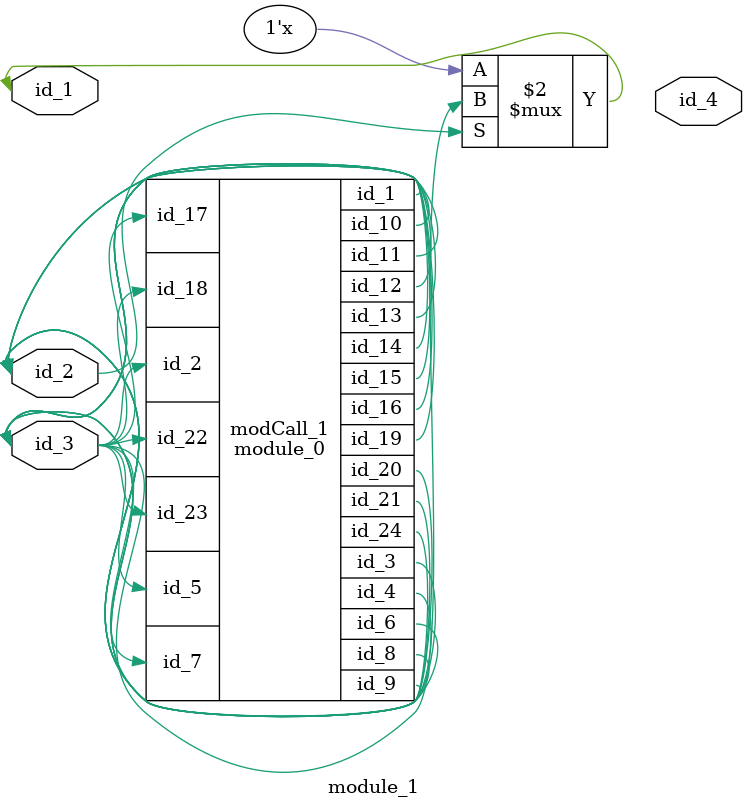
<source format=v>
module module_0 (
    id_1,
    id_2,
    id_3,
    id_4,
    id_5,
    id_6,
    id_7,
    id_8,
    id_9,
    id_10,
    id_11,
    id_12,
    id_13,
    id_14,
    id_15,
    id_16,
    id_17,
    id_18,
    id_19,
    id_20,
    id_21,
    id_22,
    id_23,
    id_24
);
  inout wire id_24;
  input wire id_23;
  input wire id_22;
  output wire id_21;
  inout wire id_20;
  output wire id_19;
  input wire id_18;
  input wire id_17;
  inout wire id_16;
  inout wire id_15;
  output wire id_14;
  inout wire id_13;
  output wire id_12;
  inout wire id_11;
  inout wire id_10;
  inout wire id_9;
  inout wire id_8;
  input wire id_7;
  output wire id_6;
  input wire id_5;
  inout wire id_4;
  inout wire id_3;
  input wire id_2;
  inout wire id_1;
endmodule
module module_1 (
    id_1,
    id_2,
    id_3,
    id_4
);
  output wire id_4;
  inout wire id_3;
  inout wire id_2;
  inout wire id_1;
  assign id_4[1+1] = 1 - id_1[1|1];
  bufif1 primCall (id_1, id_3, id_2);
  module_0 modCall_1 (
      id_3,
      id_3,
      id_2,
      id_3,
      id_3,
      id_2,
      id_3,
      id_2,
      id_3,
      id_3,
      id_2,
      id_2,
      id_2,
      id_3,
      id_2,
      id_3,
      id_3,
      id_3,
      id_3,
      id_2,
      id_2,
      id_3,
      id_3,
      id_3
  );
endmodule

</source>
